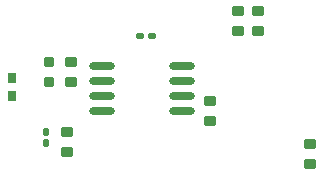
<source format=gtp>
G04 Layer_Color=8421504*
%FSLAX43Y43*%
%MOMM*%
G71*
G01*
G75*
%ADD10R,0.700X0.850*%
%ADD11O,2.200X0.600*%
G04:AMPARAMS|DCode=12|XSize=1mm|YSize=0.9mm|CornerRadius=0.113mm|HoleSize=0mm|Usage=FLASHONLY|Rotation=0.000|XOffset=0mm|YOffset=0mm|HoleType=Round|Shape=RoundedRectangle|*
%AMROUNDEDRECTD12*
21,1,1.000,0.675,0,0,0.0*
21,1,0.775,0.900,0,0,0.0*
1,1,0.225,0.388,-0.338*
1,1,0.225,-0.388,-0.338*
1,1,0.225,-0.388,0.338*
1,1,0.225,0.388,0.338*
%
%ADD12ROUNDEDRECTD12*%
G04:AMPARAMS|DCode=13|XSize=0.8mm|YSize=0.8mm|CornerRadius=0.1mm|HoleSize=0mm|Usage=FLASHONLY|Rotation=90.000|XOffset=0mm|YOffset=0mm|HoleType=Round|Shape=RoundedRectangle|*
%AMROUNDEDRECTD13*
21,1,0.800,0.600,0,0,90.0*
21,1,0.600,0.800,0,0,90.0*
1,1,0.200,0.300,0.300*
1,1,0.200,0.300,-0.300*
1,1,0.200,-0.300,-0.300*
1,1,0.200,-0.300,0.300*
%
%ADD13ROUNDEDRECTD13*%
G04:AMPARAMS|DCode=14|XSize=0.5mm|YSize=0.6mm|CornerRadius=0.05mm|HoleSize=0mm|Usage=FLASHONLY|Rotation=180.000|XOffset=0mm|YOffset=0mm|HoleType=Round|Shape=RoundedRectangle|*
%AMROUNDEDRECTD14*
21,1,0.500,0.500,0,0,180.0*
21,1,0.400,0.600,0,0,180.0*
1,1,0.100,-0.200,0.250*
1,1,0.100,0.200,0.250*
1,1,0.100,0.200,-0.250*
1,1,0.100,-0.200,-0.250*
%
%ADD14ROUNDEDRECTD14*%
G04:AMPARAMS|DCode=15|XSize=0.5mm|YSize=0.6mm|CornerRadius=0.05mm|HoleSize=0mm|Usage=FLASHONLY|Rotation=90.000|XOffset=0mm|YOffset=0mm|HoleType=Round|Shape=RoundedRectangle|*
%AMROUNDEDRECTD15*
21,1,0.500,0.500,0,0,90.0*
21,1,0.400,0.600,0,0,90.0*
1,1,0.100,0.250,0.200*
1,1,0.100,0.250,-0.200*
1,1,0.100,-0.250,-0.200*
1,1,0.100,-0.250,0.200*
%
%ADD15ROUNDEDRECTD15*%
D10*
X2125Y12900D02*
D03*
Y11350D02*
D03*
D11*
X9725Y13905D02*
D03*
Y12635D02*
D03*
Y11365D02*
D03*
Y10095D02*
D03*
X16525Y13905D02*
D03*
Y12635D02*
D03*
Y11365D02*
D03*
Y10095D02*
D03*
D12*
X6750Y8350D02*
D03*
Y6650D02*
D03*
X18875Y9245D02*
D03*
Y10945D02*
D03*
X27375Y5650D02*
D03*
Y7350D02*
D03*
X7125Y12525D02*
D03*
Y14225D02*
D03*
X23000Y16900D02*
D03*
Y18600D02*
D03*
X21250Y16900D02*
D03*
Y18600D02*
D03*
D13*
X5250Y14225D02*
D03*
Y12525D02*
D03*
D14*
X5000Y8375D02*
D03*
Y7375D02*
D03*
D15*
X14000Y16500D02*
D03*
X13000D02*
D03*
M02*

</source>
